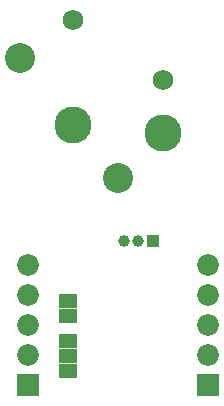
<source format=gbs>
G04 #@! TF.FileFunction,Soldermask,Bot*
%FSLAX46Y46*%
G04 Gerber Fmt 4.6, Leading zero omitted, Abs format (unit mm)*
G04 Created by KiCad (PCBNEW 4.0.7) date Wed Jun 13 11:05:16 2018*
%MOMM*%
%LPD*%
G01*
G04 APERTURE LIST*
%ADD10C,0.100000*%
%ADD11R,1.840000X1.840000*%
%ADD12O,1.840000X1.840000*%
%ADD13R,0.990000X0.990000*%
%ADD14C,0.990000*%
%ADD15R,1.590000X1.285200*%
%ADD16C,1.740000*%
%ADD17C,3.140000*%
%ADD18C,2.540000*%
G04 APERTURE END LIST*
D10*
D11*
X17120000Y1500000D03*
D12*
X17120000Y4040000D03*
X17120000Y6580000D03*
X17120000Y9120000D03*
X17120000Y11660000D03*
D11*
X1880000Y1500000D03*
D12*
X1880000Y4040000D03*
X1880000Y6580000D03*
X1880000Y9120000D03*
X1880000Y11660000D03*
D13*
X12500000Y13750000D03*
D14*
X11250000Y13750000D03*
X10000000Y13750000D03*
D15*
X5250000Y5270000D03*
X5250000Y4000000D03*
X5250000Y2730000D03*
X5250000Y7365000D03*
X5250000Y8635000D03*
D16*
X5690000Y32440000D03*
X13310000Y27360000D03*
D17*
X5690000Y23550000D03*
X13310000Y22915000D03*
D18*
X9500000Y19105000D03*
X1250000Y29250000D03*
M02*

</source>
